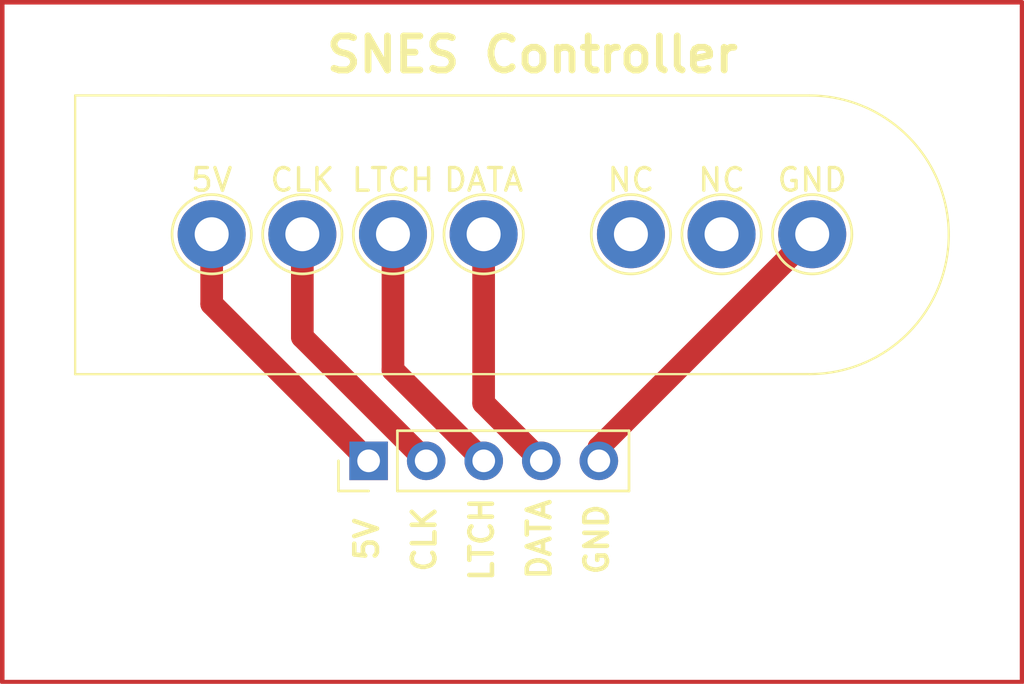
<source format=kicad_pcb>
(kicad_pcb (version 20240108) (generator "pcbnew") (generator_version "8.0")
  (layers (0 "F.Cu" signal) (31 "B.Cu" signal) (34 "B.Paste" user) (35 "F.Paste" user) (36 "B.SilkS" user "B.Silkscreen") (37 "F.SilkS" user "F.Silkscreen") (38 "B.Mask" user) (39 "F.Mask" user) (44 "Edge.Cuts" user))
  (net 0 "")
  (footprint "TestPoint:TestPoint_THTPad_D3.0mm_Drill1.5mm" (layer "F.Cu") (at 74.422 68.9356)
    (property "Reference" "5V" (at 0 -2.398 0) (layer "F.SilkS"))
    (property "Value" "TestPoint_THTPad_D3.0mm_Drill1.5mm")
    (fp_circle (center 0 0) (end 0 1.75) (stroke (width 0.12)) (fill none) (layer "F.SilkS"))
    (pad "1" thru_hole circle (at 0 0) (size 3 3) (drill 1.5) (layers "*.Cu" "*.Mask"))
  )
  (footprint "TestPoint:TestPoint_THTPad_D3.0mm_Drill1.5mm" (layer "F.Cu") (at 100.922 68.9356)
    (property "Reference" "GND" (at 0 -2.398 0) (layer "F.SilkS"))
    (property "Value" "TestPoint_THTPad_D3.0mm_Drill1.5mm")
    (fp_circle (center 0 0) (end 0 1.75) (stroke (width 0.12)) (fill none) (layer "F.SilkS"))
    (pad "7" thru_hole circle (at 0 0) (size 3 3) (drill 1.5) (layers "*.Cu" "*.Mask"))
  )
  (footprint "TestPoint:TestPoint_THTPad_D3.0mm_Drill1.5mm" (layer "F.Cu") (at 82.422 68.9356)
    (property "Reference" "LTCH" (at 0 -2.398 0) (layer "F.SilkS"))
    (property "Value" "TestPoint_THTPad_D3.0mm_Drill1.5mm")
    (fp_circle (center 0 0) (end 0 1.75) (stroke (width 0.12)) (fill none) (layer "F.SilkS"))
    (pad "3" thru_hole circle (at 0 0) (size 3 3) (drill 1.5) (layers "*.Cu" "*.Mask"))
  )
  (footprint "TestPoint:TestPoint_THTPad_D3.0mm_Drill1.5mm" (layer "F.Cu") (at 86.422 68.9356)
    (property "Reference" "DATA" (at 0 -2.398 0) (layer "F.SilkS"))
    (property "Value" "TestPoint_THTPad_D3.0mm_Drill1.5mm")
    (fp_circle (center 0 0) (end 0 1.75) (stroke (width 0.12)) (fill none) (layer "F.SilkS"))
    (pad "4" thru_hole circle (at 0 0) (size 3 3) (drill 1.5) (layers "*.Cu" "*.Mask"))
  )
  (footprint "TestPoint:TestPoint_THTPad_D3.0mm_Drill1.5mm" (layer "F.Cu") (at 96.922 68.9356)
    (property "Reference" "NC" (at 0 -2.398 0) (layer "F.SilkS"))
    (property "Value" "TestPoint_THTPad_D3.0mm_Drill1.5mm")
    (fp_circle (center 0 0) (end 0 1.75) (stroke (width 0.12)) (fill none) (layer "F.SilkS"))
    (pad "6" thru_hole circle (at 0 0) (size 3 3) (drill 1.5) (layers "*.Cu" "*.Mask"))
  )
  (footprint "TestPoint:TestPoint_THTPad_D3.0mm_Drill1.5mm" (layer "F.Cu") (at 78.422 68.9356)
    (property "Reference" "CLK" (at 0 -2.398 0) (layer "F.SilkS"))
    (property "Value" "TestPoint_THTPad_D3.0mm_Drill1.5mm")
    (fp_circle (center 0 0) (end 0 1.75) (stroke (width 0.12)) (fill none) (layer "F.SilkS"))
    (pad "2" thru_hole circle (at 0 0) (size 3 3) (drill 1.5) (layers "*.Cu" "*.Mask"))
  )
  (footprint "Connector_PinHeader_2.54mm:PinHeader_1x05_P2.54mm_Vertical" (layer "F.Cu") (at 81.347 78.9356 90)
    (property "Reference" "REF**" (hide yes))
    (property "Value" "PinHeader_1x05_P2.54mm_Vertical")
    (fp_line (start -1.33 -1.33) (end 0 -1.33) (stroke (width 0.12)) (layer "F.SilkS"))
    (fp_line (start -1.33 0) (end -1.33 -1.33) (stroke (width 0.12)) (layer "F.SilkS"))
    (fp_line (start 1.33 1.27) (end 1.33 11.49) (stroke (width 0.12)) (layer "F.SilkS"))
    (fp_line (start -1.33 1.27) (end 1.33 1.27) (stroke (width 0.12)) (layer "F.SilkS"))
    (fp_line (start -1.33 1.27) (end -1.33 11.49) (stroke (width 0.12)) (layer "F.SilkS"))
    (fp_line (start -1.33 11.49) (end 1.33 11.49) (stroke (width 0.12)) (layer "F.SilkS"))
    (pad "1" thru_hole rect (at 0 0 90) (size 1.7 1.7) (drill 1) (layers "*.Cu" "*.Mask"))
    (pad "2" thru_hole oval (at 0 2.54 90) (size 1.7 1.7) (drill 1) (layers "*.Cu" "*.Mask"))
    (pad "3" thru_hole oval (at 0 5.08 90) (size 1.7 1.7) (drill 1) (layers "*.Cu" "*.Mask"))
    (pad "4" thru_hole oval (at 0 7.62 90) (size 1.7 1.7) (drill 1) (layers "*.Cu" "*.Mask"))
    (pad "5" thru_hole oval (at 0 10.16 90) (size 1.7 1.7) (drill 1) (layers "*.Cu" "*.Mask"))
  )
  (footprint "TestPoint:TestPoint_THTPad_D3.0mm_Drill1.5mm" (layer "F.Cu") (at 92.922 68.9356)
    (property "Reference" "NC" (at 0 -2.398 0) (layer "F.SilkS"))
    (property "Value" "TestPoint_THTPad_D3.0mm_Drill1.5mm")
    (fp_circle (center 0 0) (end 0 1.75) (stroke (width 0.12)) (fill none) (layer "F.SilkS"))
    (pad "5" thru_hole circle (at 0 0) (size 3 3) (drill 1.5) (layers "*.Cu" "*.Mask"))
  )
  (gr_rect (start 65.1808 58.6994) (end 110.1808 88.6994) (stroke (width 0.2)) (fill none) (layer "F.Cu"))
  (gr_line (start 96.39363 60.90106) (end 96.39363 61.04391) (stroke (width 0.3)) (layer "F.SilkS"))
  (gr_line (start 80.46506 60.18677) (end 80.67934 60.2582) (stroke (width 0.3)) (layer "F.SilkS"))
  (gr_line (start 95.17934 61.68677) (end 95.03649 61.61534) (stroke (width 0.3)) (layer "F.SilkS"))
  (gr_line (start 86.89363 61.47249) (end 86.8222 61.32963) (stroke (width 0.3)) (layer "F.SilkS"))
  (gr_line (start 87.60792 61.61534) (end 87.39363 61.68677) (stroke (width 0.3)) (layer "F.SilkS"))
  (gr_line (start 84.39363 61.68677) (end 84.75077 61.68677) (stroke (width 0.3)) (layer "F.SilkS"))
  (gr_line (start 87.67934 61.54391) (end 87.60792 61.61534) (stroke (width 0.3)) (layer "F.SilkS"))
  (gr_line (start 89.03649 60.97249) (end 89.03649 61.40106) (stroke (width 0.3)) (layer "F.SilkS"))
  (gr_line (start 84.17934 61.61534) (end 84.39363 61.68677) (stroke (width 0.3)) (layer "F.SilkS"))
  (gr_line (start 84.3222 60.82963) (end 84.25077 60.7582) (stroke (width 0.3)) (layer "F.SilkS"))
  (gr_line (start 82.89363 60.18677) (end 83.60792 60.18677) (stroke (width 0.3)) (layer "F.SilkS"))
  (gr_line (start 87.25077 61.68677) (end 87.03649 61.61534) (stroke (width 0.3)) (layer "F.SilkS"))
  (gr_line (start 82.89363 61.68677) (end 82.89363 60.18677) (stroke (width 0.3)) (layer "F.SilkS"))
  (gr_line (start 79.96506 60.82963) (end 79.89363 60.7582) (stroke (width 0.3)) (layer "F.SilkS"))
  (gr_line (start 94.39363 61.68677) (end 94.25077 61.61534) (stroke (width 0.3)) (layer "F.SilkS"))
  (gr_line (start 95.75077 61.61534) (end 95.67934 61.47249) (stroke (width 0.3)) (layer "F.SilkS"))
  (gr_line (start 88.96506 61.54391) (end 88.89363 61.61534) (stroke (width 0.3)) (layer "F.SilkS"))
  (gr_line (start 81.3222 61.68677) (end 81.3222 60.18677) (stroke (width 0.3)) (layer "F.SilkS"))
  (gr_line (start 80.53649 61.04391) (end 80.39363 60.97249) (stroke (width 0.3)) (layer "F.SilkS"))
  (gr_line (start 88.3222 60.82963) (end 88.39363 60.7582) (stroke (width 0.3)) (layer "F.SilkS"))
  (gr_line (start 81.3222 60.18677) (end 82.17934 61.68677) (stroke (width 0.3)) (layer "F.SilkS"))
  (gr_line (start 84.89363 61.61534) (end 84.96506 61.54391) (stroke (width 0.3)) (layer "F.SilkS"))
  (gr_line (start 89.03649 61.40106) (end 88.96506 61.54391) (stroke (width 0.3)) (layer "F.SilkS"))
  (gr_line (start 94.25077 61.61534) (end 94.17934 61.47249) (stroke (width 0.3)) (layer "F.SilkS"))
  (gr_line (start 93.39363 61.61534) (end 93.25077 61.68677) (stroke (width 0.3)) (layer "F.SilkS"))
  (gr_line (start 88.39363 60.7582) (end 88.53649 60.68677) (stroke (width 0.3)) (layer "F.SilkS"))
  (gr_line (start 91.10792 61.61534) (end 91.25077 61.68677) (stroke (width 0.3)) (layer "F.SilkS"))
  (gr_line (start 88.96506 60.82963) (end 89.03649 60.97249) (stroke (width 0.3)) (layer "F.SilkS"))
  (gr_line (start 87.60792 60.2582) (end 87.67934 60.32963) (stroke (width 0.3)) (layer "F.SilkS"))
  (gr_line (start 86.75077 61.04391) (end 86.75077 60.82963) (stroke (width 0.3)) (layer "F.SilkS"))
  (gr_line (start 87.03649 61.61534) (end 86.89363 61.47249) (stroke (width 0.3)) (layer "F.SilkS"))
  (gr_line (start 97.17934 60.7582) (end 97.3222 60.68677) (stroke (width 0.3)) (layer "F.SilkS"))
  (gr_line (start 85.03649 61.40106) (end 85.03649 61.2582) (stroke (width 0.3)) (layer "F.SilkS"))
  (gr_line (start 84.89363 61.04391) (end 84.75077 60.97249) (stroke (width 0.3)) (layer "F.SilkS"))
  (gr_line (start 97.10791 60.82963) (end 97.17934 60.7582) (stroke (width 0.3)) (layer "F.SilkS"))
  (gr_line (start 92.75077 60.97249) (end 92.8222 60.82963) (stroke (width 0.3)) (layer "F.SilkS"))
  (gr_line (start 84.3222 60.2582) (end 84.46506 60.18677) (stroke (width 0.3)) (layer "F.SilkS"))
  (gr_line (start 89.89363 60.68677) (end 90.10792 60.68677) (stroke (width 0.3)) (layer "F.SilkS"))
  (gr_line (start 92.8222 61.54391) (end 92.75077 61.40106) (stroke (width 0.3)) (layer "F.SilkS"))
  (gr_line (start 94.96506 61.47249) (end 94.96506 60.18677) (stroke (width 0.3)) (layer "F.SilkS"))
  (gr_line (start 97.3222 60.68677) (end 97.46506 60.68677) (stroke (width 0.3)) (layer "F.SilkS"))
  (gr_line (start 93.25077 61.68677) (end 93.03649 61.68677) (stroke (width 0.3)) (layer "F.SilkS"))
  (gr_line (start 87.39363 60.18677) (end 87.60792 60.2582) (stroke (width 0.3)) (layer "F.SilkS"))
  (gr_line (start 89.75077 60.7582) (end 89.89363 60.68677) (stroke (width 0.3)) (layer "F.SilkS"))
  (gr_line (start 84.25077 60.32963) (end 84.3222 60.2582) (stroke (width 0.3)) (layer "F.SilkS"))
  (gr_line (start 80.39363 60.97249) (end 80.10792 60.90106) (stroke (width 0.3)) (layer "F.SilkS"))
  (gr_line (start 92.8222 60.82963) (end 92.89363 60.7582) (stroke (width 0.3)) (layer "F.SilkS"))
  (gr_line (start 84.96506 61.11534) (end 84.89363 61.04391) (stroke (width 0.3)) (layer "F.SilkS"))
  (gr_line (start 94.17934 61.47249) (end 94.17934 60.18677) (stroke (width 0.3)) (layer "F.SilkS"))
  (gr_line (start 86.89363 60.40106) (end 87.03649 60.2582) (stroke (width 0.3)) (layer "F.SilkS"))
  (gr_line (start 95.67934 60.90106) (end 95.75077 60.7582) (stroke (width 0.3)) (layer "F.SilkS"))
  (gr_line (start 88.89363 61.61534) (end 88.75077 61.68677) (stroke (width 0.3)) (layer "F.SilkS"))
  (gr_line (start 80.10792 60.90106) (end 79.96506 60.82963) (stroke (width 0.3)) (layer "F.SilkS"))
  (gr_line (start 92.17934 60.68677) (end 92.3222 60.68677) (stroke (width 0.3)) (layer "F.SilkS"))
  (gr_line (start 93.25077 60.68677) (end 93.39363 60.7582) (stroke (width 0.3)) (layer "F.SilkS"))
  (gr_line (start 79.8222 60.61534) (end 79.8222 60.47249) (stroke (width 0.3)) (layer "F.SilkS"))
  (gr_line (start 84.75077 60.97249) (end 84.46506 60.90106) (stroke (width 0.3)) (layer "F.SilkS"))
  (gr_line (start 88.25077 60.97249) (end 88.3222 60.82963) (stroke (width 0.3)) (layer "F.SilkS"))
  (gr_line (start 92.75077 61.40106) (end 92.75077 60.97249) (stroke (width 0.3)) (layer "F.SilkS"))
  (gr_line (start 95.75077 60.7582) (end 95.89363 60.68677) (stroke (width 0.3)) (layer "F.SilkS"))
  (gr_arc (start 100.8 62.8142) (mid 106.9468 68.961) (end 100.8 75.1078) (stroke (width 0.1)) (layer "F.SilkS"))
  (gr_line (start 88.25077 61.40106) (end 88.25077 60.97249) (stroke (width 0.3)) (layer "F.SilkS"))
  (gr_line (start 90.25077 60.7582) (end 90.3222 60.90106) (stroke (width 0.3)) (layer "F.SilkS"))
  (gr_line (start 92.89363 61.61534) (end 92.8222 61.54391) (stroke (width 0.3)) (layer "F.SilkS"))
  (gr_line (start 97.03649 60.97249) (end 97.10791 60.82963) (stroke (width 0.3)) (layer "F.SilkS"))
  (gr_line (start 88.3222 61.54391) (end 88.25077 61.40106) (stroke (width 0.3)) (layer "F.SilkS"))
  (gr_line (start 84.8222 60.18677) (end 85.03649 60.2582) (stroke (width 0.3)) (layer "F.SilkS"))
  (gr_line (start 87.39363 61.68677) (end 87.25077 61.68677) (stroke (width 0.3)) (layer "F.SilkS"))
  (gr_line (start 84.75077 61.68677) (end 84.89363 61.61534) (stroke (width 0.3)) (layer "F.SilkS"))
  (gr_line (start 93.46506 60.82963) (end 93.53649 60.97249) (stroke (width 0.3)) (layer "F.SilkS"))
  (gr_line (start 96.3222 61.61534) (end 96.17934 61.68677) (stroke (width 0.3)) (layer "F.SilkS"))
  (gr_line (start 80.60792 61.11534) (end 80.53649 61.04391) (stroke (width 0.3)) (layer "F.SilkS"))
  (gr_line (start 86.75077 60.82963) (end 86.8222 60.54391) (stroke (width 0.3)) (layer "F.SilkS"))
  (gr_line (start 80.39363 61.68677) (end 80.53649 61.61534) (stroke (width 0.3)) (layer "F.SilkS"))
  (gr_line (start 91.89363 61.68677) (end 91.89363 60.68677) (stroke (width 0.3)) (layer "F.SilkS"))
  (gr_line (start 82.89363 60.90106) (end 83.39363 60.90106) (stroke (width 0.3)) (layer "F.SilkS"))
  (gr_line (start 90.3222 60.90106) (end 90.3222 61.68677) (stroke (width 0.3)) (layer "F.SilkS"))
  (gr_line (start 88.53649 61.68677) (end 88.39363 61.61534) (stroke (width 0.3)) (layer "F.SilkS"))
  (gr_line (start 91.89363 60.97249) (end 91.96506 60.82963) (stroke (width 0.3)) (layer "F.SilkS"))
  (gr_line (start 96.17934 61.68677) (end 95.89363 61.68677) (stroke (width 0.3)) (layer "F.SilkS"))
  (gr_line (start 97.03649 61.68677) (end 97.03649 60.68677) (stroke (width 0.3)) (layer "F.SilkS"))
  (gr_line (start 100.8 75.1078) (end 68.3968 75.111) (stroke (width 0.1)) (layer "F.SilkS"))
  (gr_line (start 93.53649 61.40106) (end 93.46506 61.54391) (stroke (width 0.3)) (layer "F.SilkS"))
  (gr_line (start 96.39363 61.04391) (end 95.67934 61.18677) (stroke (width 0.3)) (layer "F.SilkS"))
  (gr_line (start 84.46506 60.18677) (end 84.8222 60.18677) (stroke (width 0.3)) (layer "F.SilkS"))
  (gr_line (start 86.8222 60.54391) (end 86.89363 60.40106) (stroke (width 0.3)) (layer "F.SilkS"))
  (gr_line (start 95.03649 61.61534) (end 94.96506 61.47249) (stroke (width 0.3)) (layer "F.SilkS"))
  (gr_line (start 89.67934 60.82963) (end 89.75077 60.7582) (stroke (width 0.3)) (layer "F.SilkS"))
  (gr_line (start 91.96506 60.82963) (end 92.03649 60.7582) (stroke (width 0.3)) (layer "F.SilkS"))
  (gr_line (start 96.3222 60.7582) (end 96.39363 60.90106) (stroke (width 0.3)) (layer "F.SilkS"))
  (gr_line (start 93.46506 61.54391) (end 93.39363 61.61534) (stroke (width 0.3)) (layer "F.SilkS"))
  (gr_line (start 87.25077 60.18677) (end 87.39363 60.18677) (stroke (width 0.3)) (layer "F.SilkS"))
  (gr_line (start 95.89363 61.68677) (end 95.75077 61.61534) (stroke (width 0.3)) (layer "F.SilkS"))
  (gr_line (start 80.10792 60.18677) (end 80.46506 60.18677) (stroke (width 0.3)) (layer "F.SilkS"))
  (gr_line (start 88.75077 60.68677) (end 88.89363 60.7582) (stroke (width 0.3)) (layer "F.SilkS"))
  (gr_line (start 95.89363 60.68677) (end 96.17934 60.68677) (stroke (width 0.3)) (layer "F.SilkS"))
  (gr_line (start 93.39363 60.7582) (end 93.46506 60.82963) (stroke (width 0.3)) (layer "F.SilkS"))
  (gr_line (start 92.03649 60.7582) (end 92.17934 60.68677) (stroke (width 0.3)) (layer "F.SilkS"))
  (gr_line (start 84.96506 61.54391) (end 85.03649 61.40106) (stroke (width 0.3)) (layer "F.SilkS"))
  (gr_line (start 80.67934 61.40106) (end 80.67934 61.2582) (stroke (width 0.3)) (layer "F.SilkS"))
  (gr_line (start 92.89363 60.7582) (end 93.03649 60.68677) (stroke (width 0.3)) (layer "F.SilkS"))
  (gr_line (start 84.25077 60.7582) (end 84.17934 60.61534) (stroke (width 0.3)) (layer "F.SilkS"))
  (gr_line (start 95.67934 61.47249) (end 95.67934 60.90106) (stroke (width 0.3)) (layer "F.SilkS"))
  (gr_line (start 80.53649 61.61534) (end 80.60792 61.54391) (stroke (width 0.3)) (layer "F.SilkS"))
  (gr_line (start 83.60792 61.68677) (end 82.89363 61.68677) (stroke (width 0.3)) (layer "F.SilkS"))
  (gr_line (start 87.03649 60.2582) (end 87.25077 60.18677) (stroke (width 0.3)) (layer "F.SilkS"))
  (gr_line (start 96.17934 60.68677) (end 96.3222 60.7582) (stroke (width 0.3)) (layer "F.SilkS"))
  (gr_line (start 79.89363 60.7582) (end 79.8222 60.61534) (stroke (width 0.3)) (layer "F.SilkS"))
  (gr_line (start 79.96506 60.2582) (end 80.10792 60.18677) (stroke (width 0.3)) (layer "F.SilkS"))
  (gr_line (start 93.03649 61.68677) (end 92.89363 61.61534) (stroke (width 0.3)) (layer "F.SilkS"))
  (gr_line (start 93.03649 60.68677) (end 93.25077 60.68677) (stroke (width 0.3)) (layer "F.SilkS"))
  (gr_line (start 80.67934 61.2582) (end 80.60792 61.11534) (stroke (width 0.3)) (layer "F.SilkS"))
  (gr_line (start 80.60792 61.54391) (end 80.67934 61.40106) (stroke (width 0.3)) (layer "F.SilkS"))
  (gr_line (start 88.53649 60.68677) (end 88.75077 60.68677) (stroke (width 0.3)) (layer "F.SilkS"))
  (gr_line (start 84.46506 60.90106) (end 84.3222 60.82963) (stroke (width 0.3)) (layer "F.SilkS"))
  (gr_line (start 85.03649 61.2582) (end 84.96506 61.11534) (stroke (width 0.3)) (layer "F.SilkS"))
  (gr_line (start 82.17934 61.68677) (end 82.17934 60.18677) (stroke (width 0.3)) (layer "F.SilkS"))
  (gr_line (start 80.03649 61.68677) (end 80.39363 61.68677) (stroke (width 0.3)) (layer "F.SilkS"))
  (gr_line (start 90.10792 60.68677) (end 90.25077 60.7582) (stroke (width 0.3)) (layer "F.SilkS"))
  (gr_line (start 79.89363 60.32963) (end 79.96506 60.2582) (stroke (width 0.3)) (layer "F.SilkS"))
  (gr_line (start 90.8222 60.68677) (end 91.39363 60.68677) (stroke (width 0.3)) (layer "F.SilkS"))
  (gr_line (start 89.67934 60.68677) (end 89.67934 61.68677) (stroke (width 0.3)) (layer "F.SilkS"))
  (gr_line (start 86.8222 61.32963) (end 86.75077 61.04391) (stroke (width 0.3)) (layer "F.SilkS"))
  (gr_line (start 79.8222 61.61534) (end 80.03649 61.68677) (stroke (width 0.3)) (layer "F.SilkS"))
  (gr_line (start 91.03649 60.18677) (end 91.03649 61.47249) (stroke (width 0.3)) (layer "F.SilkS"))
  (gr_line (start 84.17934 60.61534) (end 84.17934 60.47249) (stroke (width 0.3)) (layer "F.SilkS"))
  (gr_line (start 100.8 62.8142) (end 68.3968 62.811) (stroke (width 0.1)) (layer "F.SilkS"))
  (gr_line (start 84.17934 60.47249) (end 84.25077 60.32963) (stroke (width 0.3)) (layer "F.SilkS"))
  (gr_line (start 79.8222 60.47249) (end 79.89363 60.32963) (stroke (width 0.3)) (layer "F.SilkS"))
  (gr_line (start 88.75077 61.68677) (end 88.53649 61.68677) (stroke (width 0.3)) (layer "F.SilkS"))
  (gr_line (start 88.89363 60.7582) (end 88.96506 60.82963) (stroke (width 0.3)) (layer "F.SilkS"))
  (gr_line (start 91.25077 61.68677) (end 91.39363 61.68677) (stroke (width 0.3)) (layer "F.SilkS"))
  (gr_line (start 91.03649 61.47249) (end 91.10792 61.61534) (stroke (width 0.3)) (layer "F.SilkS"))
  (gr_line (start 88.39363 61.61534) (end 88.3222 61.54391) (stroke (width 0.3)) (layer "F.SilkS"))
  (gr_line (start 93.53649 60.97249) (end 93.53649 61.40106) (stroke (width 0.3)) (layer "F.SilkS"))
  (gr_line (start 68.3968 62.811) (end 68.3968 75.111) (stroke (width 0.1)) (layer "F.SilkS"))
  (gr_text "CLK" (at 84.3845 83.9356 90) (layer "F.SilkS") (effects (font (size 1 1) (thickness 0.2) (bold yes)) (justify left bottom)))
  (gr_text "GND" (at 91.997 84.054648 90) (layer "F.SilkS") (effects (font (size 1 1) (thickness 0.2) (bold yes)) (justify left bottom)))
  (gr_text "LTCH" (at 86.922 84.340362 90) (layer "F.SilkS") (effects (font (size 1 1) (thickness 0.2) (bold yes)) (justify left bottom)))
  (gr_text "5V" (at 81.847 83.4356 90) (layer "F.SilkS") (effects (font (size 1 1) (thickness 0.2) (bold yes)) (justify left bottom)))
  (gr_text "DATA" (at 89.4595 84.268934 90) (layer "F.SilkS") (effects (font (size 1 1) (thickness 0.2) (bold yes)) (justify left bottom)))
  (segment (start 86.422 76.3906) (end 88.967 78.9356) (width 1) (layer "F.Cu") (net 0))
  (segment (start 100.922 68.9356) (end 91.507 78.3506) (width 1) (layer "F.Cu") (net 0))
  (segment (start 78.422 73.4706) (end 83.887 78.9356) (width 1) (layer "F.Cu") (net 0))
  (segment (start 74.422 72.0106) (end 81.347 78.9356) (width 1) (layer "F.Cu") (net 0))
  (segment (start 82.422 74.9306) (end 86.427 78.9356) (width 1) (layer "F.Cu") (net 0))
  (segment (start 78.422 68.9356) (end 78.422 73.4706) (width 1) (layer "F.Cu") (net 0))
  (segment (start 82.422 68.9356) (end 82.422 74.9306) (width 1) (layer "F.Cu") (net 0))
  (segment (start 86.422 68.9356) (end 86.422 76.3906) (width 1) (layer "F.Cu") (net 0))
  (segment (start 74.422 68.9356) (end 74.422 72.0106) (width 1) (layer "F.Cu") (net 0))
  (segment (start 91.507 78.3506) (end 91.507 78.9356) (width 1) (layer "F.Cu") (net 0))
)
</source>
